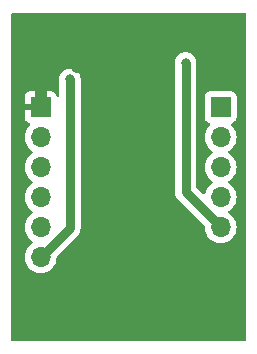
<source format=gbl>
G04 #@! TF.GenerationSoftware,KiCad,Pcbnew,7.0.9*
G04 #@! TF.CreationDate,2023-12-12T21:55:39+01:00*
G04 #@! TF.ProjectId,Leveller,4c657665-6c6c-4657-922e-6b696361645f,rev?*
G04 #@! TF.SameCoordinates,Original*
G04 #@! TF.FileFunction,Copper,L2,Bot*
G04 #@! TF.FilePolarity,Positive*
%FSLAX46Y46*%
G04 Gerber Fmt 4.6, Leading zero omitted, Abs format (unit mm)*
G04 Created by KiCad (PCBNEW 7.0.9) date 2023-12-12 21:55:39*
%MOMM*%
%LPD*%
G01*
G04 APERTURE LIST*
G04 #@! TA.AperFunction,ComponentPad*
%ADD10R,1.700000X1.700000*%
G04 #@! TD*
G04 #@! TA.AperFunction,ComponentPad*
%ADD11O,1.700000X1.700000*%
G04 #@! TD*
G04 #@! TA.AperFunction,ViaPad*
%ADD12C,0.800000*%
G04 #@! TD*
G04 #@! TA.AperFunction,Conductor*
%ADD13C,1.000000*%
G04 #@! TD*
G04 #@! TA.AperFunction,Conductor*
%ADD14C,0.500000*%
G04 #@! TD*
G04 #@! TA.AperFunction,Conductor*
%ADD15C,0.250000*%
G04 #@! TD*
G04 #@! TA.AperFunction,Conductor*
%ADD16C,0.800000*%
G04 #@! TD*
G04 APERTURE END LIST*
D10*
X50380000Y-35660000D03*
D11*
X50380000Y-38200000D03*
X50380000Y-40740000D03*
X50380000Y-43280000D03*
X50380000Y-45820000D03*
D10*
X35140000Y-35660000D03*
D11*
X35140000Y-38200000D03*
X35140000Y-40740000D03*
X35140000Y-43280000D03*
X35140000Y-45820000D03*
X35140000Y-48360000D03*
D12*
X38225000Y-32300000D03*
X42425000Y-30100000D03*
X50225000Y-50300000D03*
X47425000Y-31900000D03*
X37625000Y-33300000D03*
D13*
X42425000Y-30100000D02*
X42425000Y-32300000D01*
X42425000Y-32300000D02*
X42425000Y-42500000D01*
X38225000Y-32300000D02*
X42425000Y-32300000D01*
D14*
X36475000Y-32300000D02*
X35140000Y-33635000D01*
D15*
X38225000Y-32300000D02*
X36475000Y-32300000D01*
D13*
X42425000Y-42500000D02*
X50225000Y-50300000D01*
X35140000Y-33635000D02*
X35140000Y-35660000D01*
D16*
X47425000Y-42865000D02*
X50380000Y-45820000D01*
X47425000Y-31900000D02*
X47425000Y-42865000D01*
X37625000Y-33300000D02*
X37625000Y-45875000D01*
X37625000Y-45875000D02*
X35140000Y-48360000D01*
G04 #@! TA.AperFunction,Conductor*
G36*
X52492539Y-27719685D02*
G01*
X52538294Y-27772489D01*
X52549500Y-27824000D01*
X52549500Y-55325500D01*
X52529815Y-55392539D01*
X52477011Y-55438294D01*
X52425500Y-55449500D01*
X32749000Y-55449500D01*
X32681961Y-55429815D01*
X32636206Y-55377011D01*
X32625000Y-55325500D01*
X32625000Y-48360000D01*
X33784341Y-48360000D01*
X33804936Y-48595403D01*
X33804938Y-48595413D01*
X33866094Y-48823655D01*
X33866096Y-48823659D01*
X33866097Y-48823663D01*
X33965965Y-49037830D01*
X33965967Y-49037834D01*
X34074281Y-49192521D01*
X34101505Y-49231401D01*
X34268599Y-49398495D01*
X34365384Y-49466265D01*
X34462165Y-49534032D01*
X34462167Y-49534033D01*
X34462170Y-49534035D01*
X34676337Y-49633903D01*
X34904592Y-49695063D01*
X35092918Y-49711539D01*
X35139999Y-49715659D01*
X35140000Y-49715659D01*
X35140001Y-49715659D01*
X35179234Y-49712226D01*
X35375408Y-49695063D01*
X35603663Y-49633903D01*
X35817830Y-49534035D01*
X36011401Y-49398495D01*
X36178495Y-49231401D01*
X36314035Y-49037830D01*
X36413903Y-48823663D01*
X36475063Y-48595408D01*
X36495659Y-48360000D01*
X36494088Y-48342052D01*
X36507853Y-48273555D01*
X36529932Y-48243566D01*
X38204742Y-46568756D01*
X38219525Y-46556130D01*
X38230871Y-46547888D01*
X38277339Y-46496278D01*
X38279540Y-46493958D01*
X38295120Y-46478380D01*
X38308975Y-46461268D01*
X38311054Y-46458834D01*
X38357533Y-46407216D01*
X38364537Y-46395083D01*
X38375563Y-46379041D01*
X38384382Y-46368150D01*
X38415914Y-46306263D01*
X38417442Y-46303447D01*
X38452179Y-46243284D01*
X38456509Y-46229956D01*
X38463960Y-46211969D01*
X38470319Y-46199489D01*
X38470320Y-46199488D01*
X38488296Y-46132397D01*
X38489214Y-46129301D01*
X38510674Y-46063256D01*
X38512139Y-46049317D01*
X38515687Y-46030175D01*
X38519313Y-46016645D01*
X38522947Y-45947281D01*
X38523201Y-45944064D01*
X38525499Y-45922199D01*
X38525500Y-45922191D01*
X38525500Y-45900201D01*
X38525585Y-45896956D01*
X38529219Y-45827612D01*
X38527027Y-45813772D01*
X38525500Y-45794373D01*
X38525500Y-33350445D01*
X38525840Y-33343960D01*
X38526929Y-33333595D01*
X38530460Y-33300000D01*
X38510674Y-33111744D01*
X38452179Y-32931716D01*
X38357533Y-32767784D01*
X38230871Y-32627112D01*
X38230870Y-32627111D01*
X38077734Y-32515851D01*
X38077729Y-32515848D01*
X37904807Y-32438857D01*
X37904802Y-32438855D01*
X37759001Y-32407865D01*
X37719646Y-32399500D01*
X37530354Y-32399500D01*
X37497897Y-32406398D01*
X37345197Y-32438855D01*
X37345192Y-32438857D01*
X37172270Y-32515848D01*
X37172265Y-32515851D01*
X37019129Y-32627111D01*
X36892466Y-32767785D01*
X36797821Y-32931715D01*
X36797818Y-32931722D01*
X36739327Y-33111740D01*
X36739326Y-33111744D01*
X36719540Y-33300000D01*
X36724160Y-33343960D01*
X36724500Y-33350445D01*
X36724500Y-34661220D01*
X36704815Y-34728259D01*
X36652011Y-34774014D01*
X36582853Y-34783958D01*
X36519297Y-34754933D01*
X36484318Y-34704553D01*
X36433354Y-34567913D01*
X36433350Y-34567906D01*
X36347190Y-34452812D01*
X36347187Y-34452809D01*
X36232093Y-34366649D01*
X36232086Y-34366645D01*
X36097379Y-34316403D01*
X36097372Y-34316401D01*
X36037844Y-34310000D01*
X35390000Y-34310000D01*
X35390000Y-35224498D01*
X35282315Y-35175320D01*
X35175763Y-35160000D01*
X35104237Y-35160000D01*
X34997685Y-35175320D01*
X34890000Y-35224498D01*
X34890000Y-34310000D01*
X34242155Y-34310000D01*
X34182627Y-34316401D01*
X34182620Y-34316403D01*
X34047913Y-34366645D01*
X34047906Y-34366649D01*
X33932812Y-34452809D01*
X33932809Y-34452812D01*
X33846649Y-34567906D01*
X33846645Y-34567913D01*
X33796403Y-34702620D01*
X33796401Y-34702627D01*
X33790000Y-34762155D01*
X33790000Y-35410000D01*
X34706314Y-35410000D01*
X34680507Y-35450156D01*
X34640000Y-35588111D01*
X34640000Y-35731889D01*
X34680507Y-35869844D01*
X34706314Y-35910000D01*
X33790000Y-35910000D01*
X33790000Y-36557844D01*
X33796401Y-36617372D01*
X33796403Y-36617379D01*
X33846645Y-36752086D01*
X33846649Y-36752093D01*
X33932809Y-36867187D01*
X33932812Y-36867190D01*
X34047906Y-36953350D01*
X34047913Y-36953354D01*
X34179470Y-37002421D01*
X34235403Y-37044292D01*
X34259821Y-37109756D01*
X34244970Y-37178029D01*
X34223819Y-37206284D01*
X34101503Y-37328600D01*
X33965965Y-37522169D01*
X33965964Y-37522171D01*
X33866098Y-37736335D01*
X33866094Y-37736344D01*
X33804938Y-37964586D01*
X33804936Y-37964596D01*
X33784341Y-38199999D01*
X33784341Y-38200000D01*
X33804936Y-38435403D01*
X33804938Y-38435413D01*
X33866094Y-38663655D01*
X33866096Y-38663659D01*
X33866097Y-38663663D01*
X33965965Y-38877830D01*
X33965967Y-38877834D01*
X34101501Y-39071395D01*
X34101506Y-39071402D01*
X34268597Y-39238493D01*
X34268603Y-39238498D01*
X34454158Y-39368425D01*
X34497783Y-39423002D01*
X34504977Y-39492500D01*
X34473454Y-39554855D01*
X34454158Y-39571575D01*
X34268597Y-39701505D01*
X34101505Y-39868597D01*
X33965965Y-40062169D01*
X33965964Y-40062171D01*
X33866098Y-40276335D01*
X33866094Y-40276344D01*
X33804938Y-40504586D01*
X33804936Y-40504596D01*
X33784341Y-40739999D01*
X33784341Y-40740000D01*
X33804936Y-40975403D01*
X33804938Y-40975413D01*
X33866094Y-41203655D01*
X33866096Y-41203659D01*
X33866097Y-41203663D01*
X33965965Y-41417830D01*
X33965967Y-41417834D01*
X34101501Y-41611395D01*
X34101506Y-41611402D01*
X34268597Y-41778493D01*
X34268603Y-41778498D01*
X34454158Y-41908425D01*
X34497783Y-41963002D01*
X34504977Y-42032500D01*
X34473454Y-42094855D01*
X34454158Y-42111575D01*
X34268597Y-42241505D01*
X34101505Y-42408597D01*
X33965965Y-42602169D01*
X33965964Y-42602171D01*
X33866098Y-42816335D01*
X33866094Y-42816344D01*
X33804938Y-43044586D01*
X33804936Y-43044596D01*
X33784341Y-43279999D01*
X33784341Y-43280000D01*
X33804936Y-43515403D01*
X33804938Y-43515413D01*
X33866094Y-43743655D01*
X33866096Y-43743659D01*
X33866097Y-43743663D01*
X33965965Y-43957830D01*
X33965967Y-43957834D01*
X34101501Y-44151395D01*
X34101506Y-44151402D01*
X34268597Y-44318493D01*
X34268603Y-44318498D01*
X34454158Y-44448425D01*
X34497783Y-44503002D01*
X34504977Y-44572500D01*
X34473454Y-44634855D01*
X34454158Y-44651575D01*
X34268597Y-44781505D01*
X34101505Y-44948597D01*
X33965965Y-45142169D01*
X33965964Y-45142171D01*
X33866098Y-45356335D01*
X33866094Y-45356344D01*
X33804938Y-45584586D01*
X33804936Y-45584596D01*
X33784341Y-45819999D01*
X33784341Y-45820000D01*
X33804936Y-46055403D01*
X33804938Y-46055413D01*
X33866094Y-46283655D01*
X33866096Y-46283659D01*
X33866097Y-46283663D01*
X33875966Y-46304827D01*
X33965965Y-46497830D01*
X33965967Y-46497834D01*
X34101501Y-46691395D01*
X34101506Y-46691402D01*
X34268597Y-46858493D01*
X34268603Y-46858498D01*
X34454158Y-46988425D01*
X34497783Y-47043002D01*
X34504977Y-47112500D01*
X34473454Y-47174855D01*
X34454158Y-47191575D01*
X34268597Y-47321505D01*
X34101505Y-47488597D01*
X33965965Y-47682169D01*
X33965964Y-47682171D01*
X33866098Y-47896335D01*
X33866094Y-47896344D01*
X33804938Y-48124586D01*
X33804936Y-48124596D01*
X33784341Y-48359999D01*
X33784341Y-48360000D01*
X32625000Y-48360000D01*
X32625000Y-31900000D01*
X46519540Y-31900000D01*
X46524160Y-31943960D01*
X46524500Y-31950445D01*
X46524500Y-42784373D01*
X46522973Y-42803772D01*
X46520781Y-42817611D01*
X46524415Y-42886956D01*
X46524500Y-42890201D01*
X46524500Y-42912189D01*
X46526797Y-42934059D01*
X46527051Y-42937290D01*
X46530686Y-43006643D01*
X46530688Y-43006653D01*
X46534315Y-43020189D01*
X46537860Y-43039314D01*
X46539325Y-43053249D01*
X46539326Y-43053256D01*
X46539328Y-43053262D01*
X46560784Y-43119298D01*
X46561705Y-43122409D01*
X46579679Y-43189486D01*
X46579684Y-43189498D01*
X46586043Y-43201978D01*
X46593488Y-43219949D01*
X46597820Y-43233282D01*
X46632537Y-43293414D01*
X46634085Y-43296266D01*
X46655992Y-43339259D01*
X46665617Y-43358149D01*
X46665619Y-43358151D01*
X46665620Y-43358153D01*
X46674438Y-43369043D01*
X46685454Y-43385070D01*
X46692465Y-43397213D01*
X46692470Y-43397220D01*
X46738939Y-43448831D01*
X46741043Y-43451295D01*
X46754882Y-43468382D01*
X46770423Y-43483922D01*
X46772657Y-43486277D01*
X46819128Y-43537887D01*
X46830468Y-43546126D01*
X46845265Y-43558764D01*
X48990064Y-45703563D01*
X49023549Y-45764886D01*
X49025911Y-45802050D01*
X49024341Y-45819997D01*
X49024341Y-45820000D01*
X49044936Y-46055403D01*
X49044938Y-46055413D01*
X49106094Y-46283655D01*
X49106096Y-46283659D01*
X49106097Y-46283663D01*
X49115966Y-46304827D01*
X49205965Y-46497830D01*
X49205967Y-46497834D01*
X49246779Y-46556119D01*
X49341505Y-46691401D01*
X49508599Y-46858495D01*
X49605384Y-46926265D01*
X49702165Y-46994032D01*
X49702167Y-46994033D01*
X49702170Y-46994035D01*
X49916337Y-47093903D01*
X50144592Y-47155063D01*
X50332918Y-47171539D01*
X50379999Y-47175659D01*
X50380000Y-47175659D01*
X50380001Y-47175659D01*
X50419234Y-47172226D01*
X50615408Y-47155063D01*
X50843663Y-47093903D01*
X51057830Y-46994035D01*
X51251401Y-46858495D01*
X51418495Y-46691401D01*
X51554035Y-46497830D01*
X51653903Y-46283663D01*
X51715063Y-46055408D01*
X51735659Y-45820000D01*
X51715063Y-45584592D01*
X51653903Y-45356337D01*
X51554035Y-45142171D01*
X51418495Y-44948599D01*
X51418494Y-44948597D01*
X51251402Y-44781506D01*
X51251396Y-44781501D01*
X51065842Y-44651575D01*
X51022217Y-44596998D01*
X51015023Y-44527500D01*
X51046546Y-44465145D01*
X51065842Y-44448425D01*
X51088026Y-44432891D01*
X51251401Y-44318495D01*
X51418495Y-44151401D01*
X51554035Y-43957830D01*
X51653903Y-43743663D01*
X51715063Y-43515408D01*
X51735659Y-43280000D01*
X51715063Y-43044592D01*
X51653903Y-42816337D01*
X51554035Y-42602171D01*
X51502325Y-42528320D01*
X51418494Y-42408597D01*
X51251402Y-42241506D01*
X51251396Y-42241501D01*
X51065842Y-42111575D01*
X51022217Y-42056998D01*
X51015023Y-41987500D01*
X51046546Y-41925145D01*
X51065842Y-41908425D01*
X51088026Y-41892891D01*
X51251401Y-41778495D01*
X51418495Y-41611401D01*
X51554035Y-41417830D01*
X51653903Y-41203663D01*
X51715063Y-40975408D01*
X51735659Y-40740000D01*
X51715063Y-40504592D01*
X51653903Y-40276337D01*
X51554035Y-40062171D01*
X51418495Y-39868599D01*
X51418494Y-39868597D01*
X51251402Y-39701506D01*
X51251396Y-39701501D01*
X51065842Y-39571575D01*
X51022217Y-39516998D01*
X51015023Y-39447500D01*
X51046546Y-39385145D01*
X51065842Y-39368425D01*
X51088026Y-39352891D01*
X51251401Y-39238495D01*
X51418495Y-39071401D01*
X51554035Y-38877830D01*
X51653903Y-38663663D01*
X51715063Y-38435408D01*
X51735659Y-38200000D01*
X51715063Y-37964592D01*
X51653903Y-37736337D01*
X51554035Y-37522171D01*
X51418495Y-37328599D01*
X51296567Y-37206671D01*
X51263084Y-37145351D01*
X51268068Y-37075659D01*
X51309939Y-37019725D01*
X51340915Y-37002810D01*
X51472331Y-36953796D01*
X51587546Y-36867546D01*
X51673796Y-36752331D01*
X51724091Y-36617483D01*
X51730500Y-36557873D01*
X51730499Y-34762128D01*
X51724091Y-34702517D01*
X51708688Y-34661220D01*
X51673797Y-34567671D01*
X51673793Y-34567664D01*
X51587547Y-34452455D01*
X51587544Y-34452452D01*
X51472335Y-34366206D01*
X51472328Y-34366202D01*
X51337482Y-34315908D01*
X51337483Y-34315908D01*
X51277883Y-34309501D01*
X51277881Y-34309500D01*
X51277873Y-34309500D01*
X51277864Y-34309500D01*
X49482129Y-34309500D01*
X49482123Y-34309501D01*
X49422516Y-34315908D01*
X49287671Y-34366202D01*
X49287664Y-34366206D01*
X49172455Y-34452452D01*
X49172452Y-34452455D01*
X49086206Y-34567664D01*
X49086202Y-34567671D01*
X49035908Y-34702517D01*
X49033141Y-34728259D01*
X49029501Y-34762123D01*
X49029500Y-34762135D01*
X49029500Y-36557870D01*
X49029501Y-36557876D01*
X49035908Y-36617483D01*
X49086202Y-36752328D01*
X49086206Y-36752335D01*
X49172452Y-36867544D01*
X49172455Y-36867547D01*
X49287664Y-36953793D01*
X49287671Y-36953797D01*
X49419081Y-37002810D01*
X49475015Y-37044681D01*
X49499432Y-37110145D01*
X49484580Y-37178418D01*
X49463430Y-37206673D01*
X49341503Y-37328600D01*
X49205965Y-37522169D01*
X49205964Y-37522171D01*
X49106098Y-37736335D01*
X49106094Y-37736344D01*
X49044938Y-37964586D01*
X49044936Y-37964596D01*
X49024341Y-38199999D01*
X49024341Y-38200000D01*
X49044936Y-38435403D01*
X49044938Y-38435413D01*
X49106094Y-38663655D01*
X49106096Y-38663659D01*
X49106097Y-38663663D01*
X49205965Y-38877830D01*
X49205967Y-38877834D01*
X49341501Y-39071395D01*
X49341506Y-39071402D01*
X49508597Y-39238493D01*
X49508603Y-39238498D01*
X49694158Y-39368425D01*
X49737783Y-39423002D01*
X49744977Y-39492500D01*
X49713454Y-39554855D01*
X49694158Y-39571575D01*
X49508597Y-39701505D01*
X49341505Y-39868597D01*
X49205965Y-40062169D01*
X49205964Y-40062171D01*
X49106098Y-40276335D01*
X49106094Y-40276344D01*
X49044938Y-40504586D01*
X49044936Y-40504596D01*
X49024341Y-40739999D01*
X49024341Y-40740000D01*
X49044936Y-40975403D01*
X49044938Y-40975413D01*
X49106094Y-41203655D01*
X49106096Y-41203659D01*
X49106097Y-41203663D01*
X49205965Y-41417830D01*
X49205967Y-41417834D01*
X49341501Y-41611395D01*
X49341506Y-41611402D01*
X49508597Y-41778493D01*
X49508603Y-41778498D01*
X49694158Y-41908425D01*
X49737783Y-41963002D01*
X49744977Y-42032500D01*
X49713454Y-42094855D01*
X49694158Y-42111575D01*
X49508597Y-42241505D01*
X49341505Y-42408597D01*
X49205965Y-42602169D01*
X49205964Y-42602171D01*
X49106098Y-42816335D01*
X49106095Y-42816341D01*
X49065265Y-42968723D01*
X49028900Y-43028383D01*
X48966053Y-43058912D01*
X48896677Y-43050617D01*
X48857809Y-43024310D01*
X48361819Y-42528320D01*
X48328334Y-42466997D01*
X48325500Y-42440639D01*
X48325500Y-31950445D01*
X48325840Y-31943960D01*
X48326929Y-31933595D01*
X48330460Y-31900000D01*
X48310674Y-31711744D01*
X48252179Y-31531716D01*
X48157533Y-31367784D01*
X48030871Y-31227112D01*
X48030870Y-31227111D01*
X47877734Y-31115851D01*
X47877729Y-31115848D01*
X47704807Y-31038857D01*
X47704802Y-31038855D01*
X47559001Y-31007865D01*
X47519646Y-30999500D01*
X47330354Y-30999500D01*
X47297897Y-31006398D01*
X47145197Y-31038855D01*
X47145192Y-31038857D01*
X46972270Y-31115848D01*
X46972265Y-31115851D01*
X46819129Y-31227111D01*
X46692466Y-31367785D01*
X46597821Y-31531715D01*
X46597818Y-31531722D01*
X46539327Y-31711740D01*
X46539326Y-31711744D01*
X46519540Y-31900000D01*
X32625000Y-31900000D01*
X32625000Y-27824000D01*
X32644685Y-27756961D01*
X32697489Y-27711206D01*
X32749000Y-27700000D01*
X52425500Y-27700000D01*
X52492539Y-27719685D01*
G37*
G04 #@! TD.AperFunction*
M02*

</source>
